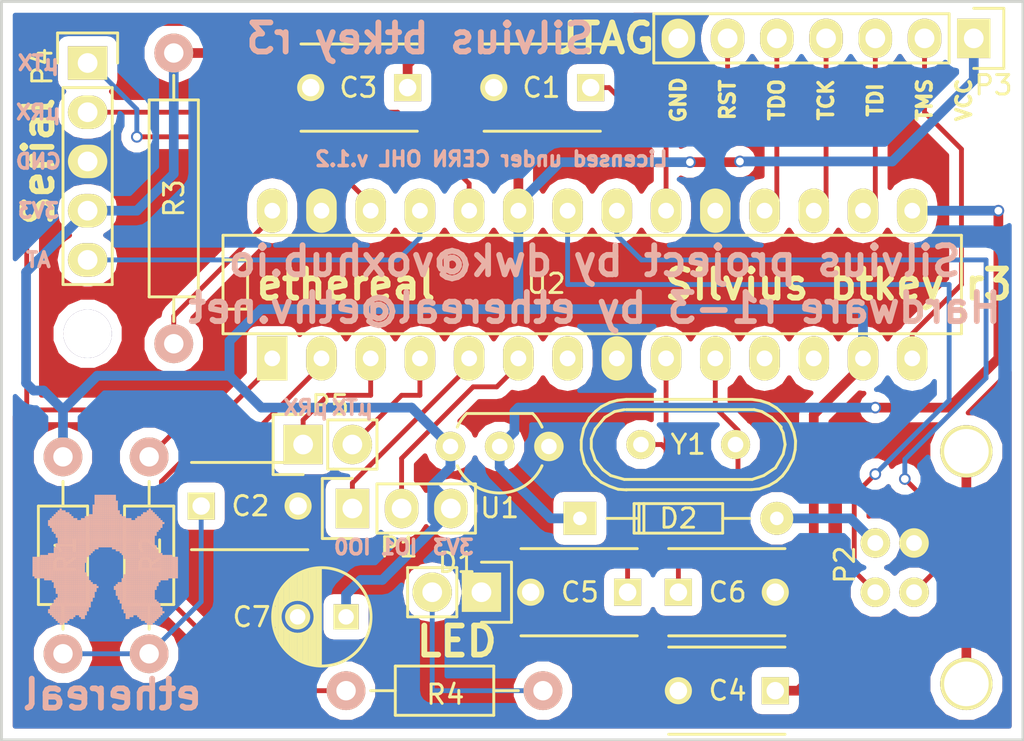
<source format=kicad_pcb>
(kicad_pcb (version 4) (host pcbnew "(2016-01-28 BZR 6520, Git 7e697e8)-product")
  (layers (0 F.Cu signal) (31 B.Cu signal) (34 B.Paste user) (35 F.Paste user) (36 B.SilkS user) (37 F.SilkS user) (38 B.Mask user) (39 F.Mask user) (44 Edge.Cuts user))
  (net 0 "")
  (net 1 "Net-(C1-Pad1)")
  (net 2 GND)
  (net 3 "Net-(C2-Pad1)")
  (net 4 +3V3)
  (net 5 "Net-(P4-Pad2)")
  (net 6 "Net-(R3-Pad1)")
  (net 7 "Net-(U2-Pad7)")
  (net 8 "Net-(U2-Pad11)")
  (net 9 "Net-(U2-Pad12)")
  (net 10 "Net-(C5-Pad1)")
  (net 11 "Net-(C6-Pad1)")
  (net 12 "Net-(D1-Pad2)")
  (net 13 /StatusLED)
  (net 14 /RST)
  (net 15 /TMS)
  (net 16 /TDI)
  (net 17 /TCK)
  (net 18 /TDO)
  (net 19 "Net-(P2-Pad5)")
  (net 20 /UART_SND)
  (net 21 /UART_RCV)
  (net 22 "Net-(P4-Pad1)")
  (net 23 "Net-(P4-Pad5)")
  (net 24 "Net-(D2-Pad2)")
  (net 25 "Net-(D2-Pad1)")
  (net 26 /USB_N)
  (net 27 /USB_P)
  (net 28 "Net-(P1-Pad1)")
  (net 29 "Net-(P1-Pad2)")
  (module Capacitors_ThroughHole:C_Disc_D6_P5 (layer F.Cu) (at 135.4 66.675)
    (fp_text reference C2 (at 2.54 0) (layer F.SilkS))
    (fp_text value 100nF)
    (pad 1 thru_hole rect (at 0 0) (size 1.4 1.4) (drill 0.9) (layers *.Cu *.Mask F.SilkS) (net 3 "Net-(C2-Pad1)"))
    (pad 2 thru_hole circle (at 5 0) (size 1.4 1.4) (drill 0.9) (layers *.Cu *.Mask F.SilkS) (net 2 GND))
  )
  (module footprint:USB_B (layer F.Cu) (at 170.179 71.12 90)
    (fp_text reference P2 (at 1.4224 -1.5748 90) (layer F.SilkS))
    (fp_text value USB_B_fixed)
    (pad 1 thru_hole circle (at 0 0.001 270) (size 1.524 1.524) (drill 0.8128) (layers *.Cu *.Mask F.SilkS) (net 26 /USB_N))
    (pad 2 thru_hole circle (at 2.54 0.001 270) (size 1.524 1.524) (drill 0.8128) (layers *.Cu *.Mask F.SilkS) (net 24 "Net-(D2-Pad2)"))
    (pad 3 thru_hole circle (at 2.54 1.99998 270) (size 1.524 1.524) (drill 0.8128) (layers *.Cu *.Mask F.SilkS) (net 2 GND))
    (pad 4 thru_hole circle (at 0 1.99998 270) (size 1.524 1.524) (drill 0.8128) (layers *.Cu *.Mask F.SilkS) (net 27 /USB_P))
    (pad 5 thru_hole circle (at -4.72948 4.7 270) (size 2.70002 2.70002) (drill 2.30124) (layers *.Cu *.Mask F.SilkS) (net 19 "Net-(P2-Pad5)"))
    (pad 5 thru_hole circle (at 7.26948 4.7 270) (size 2.70002 2.70002) (drill 2.30124) (layers *.Cu *.Mask F.SilkS) (net 19 "Net-(P2-Pad5)"))
  )
  (module Capacitors_ThroughHole:C_Disc_D6_P5 (layer F.Cu) (at 155.495 45.085 180)
    (fp_text reference C1 (at 2.54 0 180) (layer F.SilkS))
    (fp_text value "10uF (low ESR)")
    (pad 1 thru_hole rect (at 0 0 180) (size 1.4 1.4) (drill 0.9) (layers *.Cu *.Mask F.SilkS) (net 1 "Net-(C1-Pad1)"))
    (pad 2 thru_hole circle (at 5 0 180) (size 1.4 1.4) (drill 0.9) (layers *.Cu *.Mask F.SilkS) (net 2 GND))
  )
  (module Capacitors_ThroughHole:C_Disc_D6_P5 (layer F.Cu) (at 146.05 45.085 180)
    (fp_text reference C3 (at 2.54 0 180) (layer F.SilkS))
    (fp_text value "100nF (low ESR)")
    (pad 1 thru_hole rect (at 0 0 180) (size 1.4 1.4) (drill 0.9) (layers *.Cu *.Mask F.SilkS) (net 4 +3V3))
    (pad 2 thru_hole circle (at 5 0 180) (size 1.4 1.4) (drill 0.9) (layers *.Cu *.Mask F.SilkS) (net 2 GND))
  )
  (module Capacitors_ThroughHole:C_Disc_D6_P5 (layer F.Cu) (at 165.02 76.2 180)
    (fp_text reference C4 (at 2.46 0 180) (layer F.SilkS))
    (fp_text value "100nF (low ESR)")
    (pad 1 thru_hole rect (at 0 0 180) (size 1.4 1.4) (drill 0.9) (layers *.Cu *.Mask F.SilkS) (net 4 +3V3))
    (pad 2 thru_hole circle (at 5 0 180) (size 1.4 1.4) (drill 0.9) (layers *.Cu *.Mask F.SilkS) (net 2 GND))
  )
  (module Sockets_DIP:DIP-28__300_ELL (layer F.Cu) (at 155.575 55.245)
    (fp_text reference U2 (at -2.375 -0.045) (layer F.SilkS))
    (fp_text value PIC32MX2XX)
    (pad 2 thru_hole oval (at -13.97 3.81) (size 1.5748 2.286) (drill 0.8128) (layers *.Cu *.Mask F.SilkS) (net 13 /StatusLED))
    (pad 3 thru_hole oval (at -11.43 3.81) (size 1.5748 2.286) (drill 0.8128) (layers *.Cu *.Mask F.SilkS) (net 21 /UART_RCV))
    (pad 4 thru_hole oval (at -8.89 3.81) (size 1.5748 2.286) (drill 0.8128) (layers *.Cu *.Mask F.SilkS) (net 20 /UART_SND))
    (pad 5 thru_hole oval (at -6.35 3.81) (size 1.5748 2.286) (drill 0.8128) (layers *.Cu *.Mask F.SilkS) (net 28 "Net-(P1-Pad1)"))
    (pad 6 thru_hole oval (at -3.81 3.81) (size 1.5748 2.286) (drill 0.8128) (layers *.Cu *.Mask F.SilkS) (net 29 "Net-(P1-Pad2)"))
    (pad 7 thru_hole oval (at -1.27 3.81) (size 1.5748 2.286) (drill 0.8128) (layers *.Cu *.Mask F.SilkS) (net 7 "Net-(U2-Pad7)"))
    (pad 8 thru_hole oval (at 1.27 3.81) (size 1.5748 2.286) (drill 0.8128) (layers *.Cu *.Mask F.SilkS) (net 2 GND))
    (pad 9 thru_hole oval (at 3.81 3.81) (size 1.5748 2.286) (drill 0.8128) (layers *.Cu *.Mask F.SilkS) (net 10 "Net-(C5-Pad1)"))
    (pad 10 thru_hole oval (at 6.35 3.81) (size 1.5748 2.286) (drill 0.8128) (layers *.Cu *.Mask F.SilkS) (net 11 "Net-(C6-Pad1)"))
    (pad 11 thru_hole oval (at 8.89 3.81) (size 1.5748 2.286) (drill 0.8128) (layers *.Cu *.Mask F.SilkS) (net 8 "Net-(U2-Pad11)"))
    (pad 12 thru_hole oval (at 11.43 3.81) (size 1.5748 2.286) (drill 0.8128) (layers *.Cu *.Mask F.SilkS) (net 9 "Net-(U2-Pad12)"))
    (pad 13 thru_hole oval (at 13.97 3.81) (size 1.5748 2.286) (drill 0.8128) (layers *.Cu *.Mask F.SilkS) (net 4 +3V3))
    (pad 14 thru_hole oval (at 16.51 3.81) (size 1.5748 2.286) (drill 0.8128) (layers *.Cu *.Mask F.SilkS) (net 15 /TMS))
    (pad 1 thru_hole rect (at -16.51 3.81) (size 1.5748 2.286) (drill 0.8128) (layers *.Cu *.Mask F.SilkS) (net 14 /RST))
    (pad 15 thru_hole oval (at 16.51 -3.81) (size 1.5748 2.286) (drill 0.8128) (layers *.Cu *.Mask F.SilkS) (net 25 "Net-(D2-Pad1)"))
    (pad 16 thru_hole oval (at 13.97 -3.81) (size 1.5748 2.286) (drill 0.8128) (layers *.Cu *.Mask F.SilkS) (net 16 /TDI))
    (pad 17 thru_hole oval (at 11.43 -3.81) (size 1.5748 2.286) (drill 0.8128) (layers *.Cu *.Mask F.SilkS) (net 17 /TCK))
    (pad 18 thru_hole oval (at 8.89 -3.81) (size 1.5748 2.286) (drill 0.8128) (layers *.Cu *.Mask F.SilkS) (net 18 /TDO))
    (pad 19 thru_hole oval (at 6.35 -3.81) (size 1.5748 2.286) (drill 0.8128) (layers *.Cu *.Mask F.SilkS) (net 2 GND))
    (pad 20 thru_hole oval (at 3.81 -3.81) (size 1.5748 2.286) (drill 0.8128) (layers *.Cu *.Mask F.SilkS) (net 1 "Net-(C1-Pad1)"))
    (pad 21 thru_hole oval (at 1.27 -3.81) (size 1.5748 2.286) (drill 0.8128) (layers *.Cu *.Mask F.SilkS) (net 27 /USB_P))
    (pad 22 thru_hole oval (at -1.27 -3.81) (size 1.5748 2.286) (drill 0.8128) (layers *.Cu *.Mask F.SilkS) (net 26 /USB_N))
    (pad 23 thru_hole oval (at -3.81 -3.81) (size 1.5748 2.286) (drill 0.8128) (layers *.Cu *.Mask F.SilkS) (net 4 +3V3))
    (pad 24 thru_hole oval (at -6.35 -3.81) (size 1.5748 2.286) (drill 0.8128) (layers *.Cu *.Mask F.SilkS) (net 5 "Net-(P4-Pad2)"))
    (pad 25 thru_hole oval (at -8.89 -3.81) (size 1.5748 2.286) (drill 0.8128) (layers *.Cu *.Mask F.SilkS) (net 23 "Net-(P4-Pad5)"))
    (pad 26 thru_hole oval (at -11.43 -3.81) (size 1.5748 2.286) (drill 0.8128) (layers *.Cu *.Mask F.SilkS) (net 22 "Net-(P4-Pad1)"))
    (pad 27 thru_hole oval (at -13.97 -3.81) (size 1.5748 2.286) (drill 0.8128) (layers *.Cu *.Mask F.SilkS) (net 2 GND))
    (pad 28 thru_hole oval (at -16.51 -3.81) (size 1.5748 2.286) (drill 0.8128) (layers *.Cu *.Mask F.SilkS) (net 6 "Net-(R3-Pad1)"))
  )
  (module Capacitors_ThroughHole:C_Disc_D6_P5 (layer F.Cu) (at 157.4 71.12 180)
    (fp_text reference C5 (at 2.46 0 180) (layer F.SilkS))
    (fp_text value 33pF)
    (pad 1 thru_hole rect (at 0 0 180) (size 1.4 1.4) (drill 0.9) (layers *.Cu *.Mask F.SilkS) (net 10 "Net-(C5-Pad1)"))
    (pad 2 thru_hole circle (at 5 0 180) (size 1.4 1.4) (drill 0.9) (layers *.Cu *.Mask F.SilkS) (net 2 GND))
  )
  (module Capacitors_ThroughHole:C_Disc_D6_P5 (layer F.Cu) (at 160.02 71.12)
    (fp_text reference C6 (at 2.54 0) (layer F.SilkS))
    (fp_text value 33pF)
    (pad 1 thru_hole rect (at 0 0) (size 1.4 1.4) (drill 0.9) (layers *.Cu *.Mask F.SilkS) (net 11 "Net-(C6-Pad1)"))
    (pad 2 thru_hole circle (at 5 0) (size 1.4 1.4) (drill 0.9) (layers *.Cu *.Mask F.SilkS) (net 2 GND))
  )
  (module Crystals:Crystal_HC49-U_Vertical (layer F.Cu) (at 160.528 63.5)
    (fp_text reference Y1 (at 0 0) (layer F.SilkS))
    (fp_text value 24MHz)
    (pad 1 thru_hole circle (at -2.44094 0) (size 1.50114 1.50114) (drill 0.8001) (layers *.Cu *.Mask F.SilkS) (net 10 "Net-(C5-Pad1)"))
    (pad 2 thru_hole circle (at 2.44094 0) (size 1.50114 1.50114) (drill 0.8001) (layers *.Cu *.Mask F.SilkS) (net 11 "Net-(C6-Pad1)"))
  )
  (module Housings_TO-92:TO-92_Inline_Wide (layer F.Cu) (at 153.34 63.6 180)
    (fp_text reference U1 (at 2.54 -3.175 360) (layer F.SilkS))
    (fp_text value MCP1700)
    (pad 2 thru_hole circle (at 2.54 0 270) (size 1.524 1.524) (drill 0.8) (layers *.Cu *.Mask F.SilkS) (net 25 "Net-(D2-Pad1)"))
    (pad 3 thru_hole circle (at 5.08 0 270) (size 1.524 1.524) (drill 0.8) (layers *.Cu *.Mask F.SilkS) (net 4 +3V3))
    (pad 1 thru_hole circle (at 0 0 270) (size 1.524 1.524) (drill 0.8) (layers *.Cu *.Mask F.SilkS) (net 2 GND))
  )
  (module Pin_Headers:Pin_Header_Straight_1x02 (layer F.Cu) (at 149.86 71.12 270)
    (fp_text reference D1 (at -1.52 1.27 360) (layer F.SilkS))
    (fp_text value LED)
    (pad 1 thru_hole rect (at 0 0 270) (size 2.032 2.032) (drill 1.016) (layers *.Cu *.Mask F.SilkS) (net 2 GND))
    (pad 2 thru_hole oval (at 0 2.54 270) (size 2.032 2.032) (drill 1.016) (layers *.Cu *.Mask F.SilkS) (net 12 "Net-(D1-Pad2)"))
  )
  (module Mounting_Holes:MountingHole_2-5mm (layer F.Cu) (at 129.54 57.785)
    (fp_text reference REF** hide)
    (fp_text value MountingHole_2-5mm)
    (pad 1 thru_hole circle (at 0 0) (size 2.5 2.5) (drill 2.5) (layers))
  )
  (module Pin_Headers:Pin_Header_Straight_1x07 (layer F.Cu) (at 175.26 42.545 270)
    (fp_text reference P3 (at 2.413 -1.016 360) (layer F.SilkS))
    (fp_text value CONN_01X07)
    (pad 1 thru_hole rect (at 0 0 270) (size 2.032 1.7272) (drill 1.016) (layers *.Cu *.Mask F.SilkS) (net 4 +3V3))
    (pad 2 thru_hole oval (at 0 2.54 270) (size 2.032 1.7272) (drill 1.016) (layers *.Cu *.Mask F.SilkS) (net 15 /TMS))
    (pad 3 thru_hole oval (at 0 5.08 270) (size 2.032 1.7272) (drill 1.016) (layers *.Cu *.Mask F.SilkS) (net 16 /TDI))
    (pad 4 thru_hole oval (at 0 7.62 270) (size 2.032 1.7272) (drill 1.016) (layers *.Cu *.Mask F.SilkS) (net 17 /TCK))
    (pad 5 thru_hole oval (at 0 10.16 270) (size 2.032 1.7272) (drill 1.016) (layers *.Cu *.Mask F.SilkS) (net 18 /TDO))
    (pad 6 thru_hole oval (at 0 12.7 270) (size 2.032 1.7272) (drill 1.016) (layers *.Cu *.Mask F.SilkS) (net 14 /RST))
    (pad 7 thru_hole oval (at 0 15.24 270) (size 2.032 1.7272) (drill 1.016) (layers *.Cu *.Mask F.SilkS) (net 2 GND))
  )
  (module Pin_Headers:Pin_Header_Straight_1x02 (layer F.Cu) (at 140.66 63.5 90)
    (fp_text reference P5 (at 2.032 1.397 180) (layer F.SilkS))
    (fp_text value CONN_01X02)
    (pad 1 thru_hole rect (at 0 0 90) (size 2.032 2.032) (drill 1.016) (layers *.Cu *.Mask F.SilkS) (net 21 /UART_RCV))
    (pad 2 thru_hole oval (at 0 2.54 90) (size 2.032 2.032) (drill 1.016) (layers *.Cu *.Mask F.SilkS) (net 20 /UART_SND))
  )
  (module Pin_Headers:Pin_Header_Straight_1x05 (layer F.Cu) (at 129.54 43.815)
    (fp_text reference P4 (at -2.34 0.185 90) (layer F.SilkS))
    (fp_text value CONN_01X05)
    (pad 1 thru_hole rect (at 0 0) (size 2.032 1.7272) (drill 1.016) (layers *.Cu *.Mask F.SilkS) (net 22 "Net-(P4-Pad1)"))
    (pad 2 thru_hole oval (at 0 2.54) (size 2.032 1.7272) (drill 1.016) (layers *.Cu *.Mask F.SilkS) (net 5 "Net-(P4-Pad2)"))
    (pad 3 thru_hole oval (at 0 5.08) (size 2.032 1.7272) (drill 1.016) (layers *.Cu *.Mask F.SilkS) (net 2 GND))
    (pad 4 thru_hole oval (at 0 7.62) (size 2.032 1.7272) (drill 1.016) (layers *.Cu *.Mask F.SilkS) (net 4 +3V3))
    (pad 5 thru_hole oval (at 0 10.16) (size 2.032 1.7272) (drill 1.016) (layers *.Cu *.Mask F.SilkS) (net 23 "Net-(P4-Pad5)"))
  )
  (module Capacitors_ThroughHole:C_Radial_D5_L6_P2.5 (layer F.Cu) (at 142.875 72.39 180)
    (fp_text reference C7 (at 4.875 -0.01 180) (layer F.SilkS))
    (fp_text value 47uF)
    (pad 1 thru_hole rect (at 0 0 180) (size 1.3 1.3) (drill 0.8) (layers *.Cu *.Mask F.SilkS) (net 4 +3V3))
    (pad 2 thru_hole circle (at 2.5 0 180) (size 1.3 1.3) (drill 0.8) (layers *.Cu *.Mask F.SilkS) (net 2 GND))
  )
  (module footprint:oshw-small-2 (layer B.Cu) (at 134.4 65.6 180)
    (fp_text reference oshw hide)
    (fp_text value "" (at 0 0 180) (layer B.SilkS) (effects (justify mirror)))
  )
  (module Diodes_ThroughHole:Diode_DO-35_SOD27_Horizontal_RM10 (layer F.Cu) (at 154.93948 67.31254)
    (fp_text reference D2 (at 5.08052 -0.00254) (layer F.SilkS))
    (fp_text value D)
    (pad 2 thru_hole circle (at 10.16052 -0.00254 180) (size 1.69926 1.69926) (drill 0.70104) (layers *.Cu *.Mask F.SilkS) (net 24 "Net-(D2-Pad2)"))
    (pad 1 thru_hole rect (at 0.00052 -0.00254 180) (size 1.69926 1.69926) (drill 0.70104) (layers *.Cu *.Mask F.SilkS) (net 25 "Net-(D2-Pad1)"))
  )
  (module Resistors_ThroughHole:Resistor_Horizontal_RM10mm (layer F.Cu) (at 147.955 76.2 180)
    (fp_text reference R4 (at -0.045 -0.2 180) (layer F.SilkS))
    (fp_text value 330)
    (pad 1 thru_hole circle (at -5.08 0 180) (size 1.99898 1.99898) (drill 1.00076) (layers *.Cu *.SilkS *.Mask) (net 12 "Net-(D1-Pad2)"))
    (pad 2 thru_hole circle (at 5.08 0 180) (size 1.99898 1.99898) (drill 1.00076) (layers *.Cu *.SilkS *.Mask) (net 13 /StatusLED))
  )
  (module Resistors_ThroughHole:Resistor_Horizontal_RM10mm (layer F.Cu) (at 128.27 69.215 270)
    (fp_text reference R1 (at -0.015 -0.13 270) (layer F.SilkS))
    (fp_text value 10K)
    (pad 1 thru_hole circle (at -5.08 0 270) (size 1.99898 1.99898) (drill 1.00076) (layers *.Cu *.SilkS *.Mask) (net 4 +3V3))
    (pad 2 thru_hole circle (at 5.08 0 270) (size 1.99898 1.99898) (drill 1.00076) (layers *.Cu *.SilkS *.Mask) (net 3 "Net-(C2-Pad1)"))
  )
  (module Resistors_ThroughHole:Resistor_Horizontal_RM10mm (layer F.Cu) (at 132.715 69.215 270)
    (fp_text reference R2 (at -0.015 -0.085 270) (layer F.SilkS))
    (fp_text value 470)
    (pad 1 thru_hole circle (at -5.08 0 270) (size 1.99898 1.99898) (drill 1.00076) (layers *.Cu *.SilkS *.Mask) (net 14 /RST))
    (pad 2 thru_hole circle (at 5.08 0 270) (size 1.99898 1.99898) (drill 1.00076) (layers *.Cu *.SilkS *.Mask) (net 3 "Net-(C2-Pad1)"))
  )
  (module Resistors_ThroughHole:Resistor_Horizontal_RM15mm (layer F.Cu) (at 133.985 50.8 90)
    (fp_text reference R3 (at 0 0.015 90) (layer F.SilkS))
    (fp_text value 10)
    (pad 1 thru_hole circle (at -7.5 0 90) (size 1.99898 1.99898) (drill 1.00076) (layers *.Cu *.SilkS *.Mask) (net 6 "Net-(R3-Pad1)"))
    (pad 2 thru_hole circle (at 7.5 0 90) (size 1.99898 1.99898) (drill 1.00076) (layers *.Cu *.SilkS *.Mask) (net 4 +3V3))
  )
  (module Pin_Headers:Pin_Header_Straight_1x03 (layer F.Cu) (at 143.2 66.8 90)
    (fp_text reference P1 (at -2 2.4 180) (layer F.SilkS))
    (fp_text value CONN_01X03)
    (pad 1 thru_hole rect (at 0 0 90) (size 2.032 1.7272) (drill 1.016) (layers *.Cu *.Mask F.SilkS) (net 28 "Net-(P1-Pad1)"))
    (pad 2 thru_hole oval (at 0 2.54 90) (size 2.032 1.7272) (drill 1.016) (layers *.Cu *.Mask F.SilkS) (net 29 "Net-(P1-Pad2)"))
    (pad 3 thru_hole oval (at 0 5.08 90) (size 2.032 1.7272) (drill 1.016) (layers *.Cu *.Mask F.SilkS) (net 4 +3V3))
  )
  (gr_text IO0 (at 143.2 68.8) (layer B.SilkS) (effects (font (size 0.75 0.75) (thickness 0.1875)) (justify mirror)))
  (gr_text IO1 (at 145.6 68.8) (layer B.SilkS) (effects (font (size 0.75 0.75) (thickness 0.1875)) (justify mirror)))
  (gr_text 3V3 (at 148.4 68.8) (layer B.SilkS) (effects (font (size 0.75 0.75) (thickness 0.1875)) (justify mirror)))
  (gr_text "Licensed under CERN OHL v.1.2" (at 150.368 48.768) (layer B.SilkS) (effects (font (size 0.75 0.75) (thickness 0.1875)) (justify mirror)))
  (gr_text μRX (at 140.8 61.595) (layer B.SilkS) (effects (font (size 0.75 0.75) (thickness 0.1875)) (justify mirror)))
  (gr_text μTX (at 143.2 61.6) (layer B.SilkS) (effects (font (size 0.75 0.75) (thickness 0.1875)) (justify mirror)))
  (gr_text μRX (at 127 46.355) (layer B.SilkS) (effects (font (size 0.75 0.75) (thickness 0.1875)) (justify mirror)))
  (gr_text μTX (at 127 43.815) (layer B.SilkS) (effects (font (size 0.75 0.75) (thickness 0.1875)) (justify mirror)))
  (gr_text AT (at 127 53.975) (layer B.SilkS) (effects (font (size 0.75 0.75) (thickness 0.1875)) (justify mirror)))
  (gr_text GND (at 127 48.895) (layer B.SilkS) (effects (font (size 0.75 0.75) (thickness 0.1875)) (justify mirror)))
  (gr_text 3V3 (at 127 51.435) (layer B.SilkS) (effects (font (size 0.75 0.75) (thickness 0.1875)) (justify mirror)))
  (gr_text RST (at 162.56 45.72 90) (layer F.SilkS) (effects (font (size 0.75 0.75) (thickness 0.1875))))
  (gr_text GND (at 160.02 45.72 90) (layer F.SilkS) (effects (font (size 0.75 0.75) (thickness 0.1875))))
  (gr_text VCC (at 174.752 45.72 90) (layer F.SilkS) (effects (font (size 0.75 0.75) (thickness 0.1875))))
  (gr_text LED (at 148.59 73.66) (layer F.SilkS) (effects (font (size 1.5 1.5) (thickness 0.3))))
  (gr_text "Silvius project by dwk@voxhub.io\nHardware r1-3 by ethereal@ethv.net\n" (at 155.702 55.245) (layer B.SilkS) (effects (font (size 1.5 1.5) (thickness 0.3)) (justify mirror)))
  (gr_text TDO (at 165.1 45.72 90) (layer F.SilkS) (effects (font (size 0.75 0.75) (thickness 0.1875))))
  (gr_text TCK (at 167.64 45.72 90) (layer F.SilkS) (effects (font (size 0.75 0.75) (thickness 0.1875))))
  (gr_text TDI (at 170.18 45.72 90) (layer F.SilkS) (effects (font (size 0.75 0.75) (thickness 0.1875))))
  (gr_text TMS (at 172.72 45.72 90) (layer F.SilkS) (effects (font (size 0.75 0.75) (thickness 0.1875))))
  (gr_text JTAG (at 156.21 42.545) (layer F.SilkS) (effects (font (size 1.5 1.5) (thickness 0.3))))
  (gr_text Serial (at 127 48.895 90) (layer F.SilkS) (effects (font (size 1.5 1.5) (thickness 0.3))))
  (gr_line (start 177.8 40.64) (end 177.8 78.74) (angle 90) (layer Edge.Cuts) (width 0.15))
  (gr_line (start 125.095 40.64) (end 177.8 40.64) (angle 90) (layer Edge.Cuts) (width 0.15))
  (gr_line (start 125.095 78.74) (end 125.095 40.64) (angle 90) (layer Edge.Cuts) (width 0.15))
  (gr_line (start 177.8 78.74) (end 125.095 78.74) (angle 90) (layer Edge.Cuts) (width 0.15))
  (gr_text "Silvius btkey r3" (at 146.685 42.545) (layer B.SilkS) (effects (font (size 1.5 1.5) (thickness 0.3)) (justify mirror)))
  (gr_text ethereal (at 130.8 76.4) (layer B.SilkS) (effects (font (size 1.5 1.5) (thickness 0.3)) (justify mirror)))
  (gr_text "Silvius btkey r3" (at 168.275 55.245) (layer F.SilkS) (effects (font (size 1.5 1.5) (thickness 0.3))))
  (gr_text ethereal (at 142.875 55.245) (layer F.SilkS) (effects (font (size 1.5 1.5) (thickness 0.3))))
  (segment (start 155.495 45.085) (end 156.445 45.085) (width 0.25) (layer F.Cu) (net 1))
  (segment (start 156.445 45.085) (end 159.385 48.025) (width 0.25) (layer F.Cu) (net 1))
  (segment (start 159.385 48.025) (end 159.385 48.655) (width 0.25) (layer F.Cu) (net 1))
  (segment (start 159.385 48.655) (end 159.385 51.435) (width 0.25) (layer F.Cu) (net 1))
  (segment (start 140.4 68.675001) (end 149.342629 68.675001) (width 0.5) (layer F.Cu) (net 2))
  (segment (start 149.342629 68.675001) (end 149.86 68.15763) (width 0.5) (layer F.Cu) (net 2))
  (segment (start 140.4 66.675) (end 140.4 68.675001) (width 0.5) (layer F.Cu) (net 2))
  (segment (start 149.86 71.12) (end 149.86 68.15763) (width 0.5) (layer F.Cu) (net 2))
  (segment (start 149.86 68.15763) (end 153.34 64.67763) (width 0.5) (layer F.Cu) (net 2))
  (segment (start 153.34 64.67763) (end 153.34 63.6) (width 0.5) (layer F.Cu) (net 2))
  (segment (start 156.845 59.055) (end 156.845 60.095) (width 0.5) (layer F.Cu) (net 2))
  (segment (start 156.845 60.095) (end 154.101999 62.838001) (width 0.5) (layer F.Cu) (net 2))
  (segment (start 154.101999 62.838001) (end 153.34 63.6) (width 0.5) (layer F.Cu) (net 2))
  (segment (start 140.375 68.700001) (end 140.4 68.675001) (width 0.5) (layer F.Cu) (net 2))
  (segment (start 172.17898 68.58) (end 173.590981 69.992001) (width 0.5) (layer B.Cu) (net 2))
  (segment (start 173.590981 69.992001) (end 173.590981 72.119337) (width 0.5) (layer B.Cu) (net 2))
  (segment (start 173.590981 72.119337) (end 171.415318 74.295) (width 0.5) (layer B.Cu) (net 2))
  (segment (start 152.4 71.12) (end 149.86 71.12) (width 0.5) (layer F.Cu) (net 2))
  (segment (start 152.4 71.12) (end 153.67 71.12) (width 0.5) (layer B.Cu) (net 2))
  (segment (start 140.375 72.39) (end 140.375 68.700001) (width 0.5) (layer F.Cu) (net 2))
  (segment (start 141.605 51.435) (end 141.605 49.792) (width 0.5) (layer F.Cu) (net 2))
  (segment (start 141.605 49.792) (end 140.708 48.895) (width 0.5) (layer F.Cu) (net 2))
  (segment (start 140.708 48.895) (end 131.056 48.895) (width 0.5) (layer F.Cu) (net 2))
  (segment (start 131.056 48.895) (end 129.54 48.895) (width 0.5) (layer F.Cu) (net 2))
  (segment (start 160.02 42.545) (end 160.02 44.061) (width 0.5) (layer B.Cu) (net 2))
  (segment (start 160.02 44.061) (end 160.655 44.696) (width 0.5) (layer B.Cu) (net 2))
  (segment (start 160.655 44.696) (end 160.655 47.625) (width 0.5) (layer B.Cu) (net 2))
  (segment (start 146.05 47.625) (end 150.495 47.625) (width 0.5) (layer B.Cu) (net 2))
  (segment (start 150.495 47.625) (end 154.305 47.625) (width 0.5) (layer B.Cu) (net 2))
  (segment (start 150.495 45.085) (end 150.495 47.625) (width 0.5) (layer B.Cu) (net 2))
  (segment (start 141.05 45.085) (end 141.05 46.074949) (width 0.5) (layer B.Cu) (net 2))
  (segment (start 141.05 46.074949) (end 141.605 46.629949) (width 0.5) (layer B.Cu) (net 2))
  (segment (start 141.605 46.629949) (end 141.605 47.07) (width 0.5) (layer B.Cu) (net 2))
  (segment (start 145.415 47.625) (end 146.05 47.625) (width 0.5) (layer B.Cu) (net 2))
  (segment (start 146.05 47.625) (end 142.16 47.625) (width 0.5) (layer B.Cu) (net 2))
  (segment (start 142.16 47.625) (end 141.605 47.07) (width 0.5) (layer B.Cu) (net 2))
  (segment (start 160.02 42.6974) (end 160.02 42.545) (width 0.5) (layer B.Cu) (net 2))
  (segment (start 168.195 74.295) (end 165.02 71.12) (width 0.5) (layer B.Cu) (net 2))
  (segment (start 158.75 76.2) (end 153.67 71.12) (width 0.5) (layer B.Cu) (net 2))
  (segment (start 160.02 76.2) (end 158.75 76.2) (width 0.5) (layer B.Cu) (net 2))
  (segment (start 160.02 76.2) (end 165.02 71.2) (width 0.5) (layer B.Cu) (net 2))
  (segment (start 165.02 71.2) (end 165.02 71.12) (width 0.5) (layer B.Cu) (net 2))
  (segment (start 154.385 47.625) (end 154.305 47.625) (width 0.5) (layer B.Cu) (net 2))
  (segment (start 161.925 48.895) (end 161.925 51.435) (width 0.5) (layer B.Cu) (net 2))
  (segment (start 141.605 51.435) (end 141.605 48.26) (width 0.5) (layer B.Cu) (net 2))
  (segment (start 141.605 48.26) (end 141.605 47.07) (width 0.5) (layer B.Cu) (net 2))
  (segment (start 156.845 59.055) (end 161.925 53.975) (width 0.5) (layer F.Cu) (net 2))
  (segment (start 161.925 53.975) (end 161.925 51.435) (width 0.5) (layer F.Cu) (net 2))
  (segment (start 160.655 47.625) (end 161.925 48.895) (width 0.5) (layer B.Cu) (net 2))
  (segment (start 154.305 47.625) (end 160.655 47.625) (width 0.5) (layer B.Cu) (net 2))
  (segment (start 130.175 48.895) (end 129.54 48.895) (width 0.25) (layer B.Cu) (net 2))
  (segment (start 171.415318 74.295) (end 168.195 74.295) (width 0.5) (layer B.Cu) (net 2))
  (segment (start 128.27 74.295) (end 132.715 74.295) (width 0.25) (layer B.Cu) (net 3))
  (segment (start 135.4 66.675) (end 135.4 71.61) (width 0.25) (layer B.Cu) (net 3))
  (segment (start 135.4 71.61) (end 132.715 74.295) (width 0.25) (layer B.Cu) (net 3))
  (segment (start 144.7474 70.485) (end 147.6 67.6324) (width 0.5) (layer B.Cu) (net 4))
  (segment (start 147.6 67.6324) (end 148.28 66.9524) (width 0.5) (layer B.Cu) (net 4))
  (segment (start 147.32 65.61763) (end 147.32 67.3524) (width 0.5) (layer B.Cu) (net 4))
  (segment (start 147.32 67.3524) (end 147.6 67.6324) (width 0.5) (layer B.Cu) (net 4))
  (segment (start 143.63 70.485) (end 144.7474 70.485) (width 0.5) (layer B.Cu) (net 4))
  (segment (start 148.28 66.9524) (end 148.28 66.8) (width 0.5) (layer B.Cu) (net 4))
  (segment (start 148.28 66.8) (end 148.28 66.57763) (width 0.5) (layer B.Cu) (net 4))
  (segment (start 148.28 66.57763) (end 147.32 65.61763) (width 0.5) (layer B.Cu) (net 4))
  (segment (start 136.859089 59.949491) (end 138.504598 61.595) (width 0.5) (layer B.Cu) (net 4))
  (segment (start 138.504598 61.595) (end 146.255 61.595) (width 0.5) (layer B.Cu) (net 4))
  (segment (start 146.255 61.595) (end 148.26 63.6) (width 0.5) (layer B.Cu) (net 4))
  (segment (start 148.26 63.6) (end 148.26 64.67763) (width 0.5) (layer B.Cu) (net 4))
  (segment (start 148.26 64.67763) (end 147.32 65.61763) (width 0.5) (layer B.Cu) (net 4))
  (segment (start 128.27 61.715) (end 128.27 64.135) (width 0.5) (layer B.Cu) (net 4))
  (segment (start 142.875 71.24) (end 142.875 72.39) (width 0.5) (layer B.Cu) (net 4))
  (segment (start 129.54 51.435) (end 132.08 51.435) (width 0.5) (layer B.Cu) (net 4))
  (segment (start 132.08 51.435) (end 133.985 49.53) (width 0.5) (layer B.Cu) (net 4))
  (segment (start 133.985 49.53) (end 133.985 43.3) (width 0.5) (layer B.Cu) (net 4))
  (segment (start 151.765 56.515) (end 138.504598 56.515) (width 0.5) (layer B.Cu) (net 4))
  (segment (start 138.504598 56.515) (end 136.859089 58.160509) (width 0.5) (layer B.Cu) (net 4))
  (segment (start 136.859089 58.160509) (end 136.859089 59.949491) (width 0.5) (layer B.Cu) (net 4))
  (segment (start 127 53.975) (end 129.54 51.435) (width 0.5) (layer B.Cu) (net 4))
  (segment (start 148.59 48.26) (end 148.59 45.085) (width 0.5) (layer F.Cu) (net 4))
  (segment (start 148.59 45.085) (end 146.805 43.3) (width 0.5) (layer F.Cu) (net 4))
  (segment (start 151.765 48.26) (end 148.59 48.26) (width 0.5) (layer F.Cu) (net 4))
  (segment (start 146.05 45.085) (end 146.05 43.885) (width 0.5) (layer F.Cu) (net 4))
  (segment (start 146.05 43.885) (end 146.635 43.3) (width 0.5) (layer F.Cu) (net 4))
  (segment (start 146.635 43.3) (end 146.805 43.3) (width 0.5) (layer F.Cu) (net 4))
  (segment (start 163.195 48.895) (end 171.061 48.895) (width 0.5) (layer B.Cu) (net 4))
  (segment (start 171.061 48.895) (end 175.26 44.696) (width 0.5) (layer B.Cu) (net 4))
  (segment (start 175.26 44.696) (end 175.26 43.18) (width 0.5) (layer B.Cu) (net 4))
  (segment (start 163.158242 48.931758) (end 163.195 48.895) (width 0.5) (layer F.Cu) (net 4))
  (via (at 163.195 48.895) (size 0.6) (drill 0.4) (layers F.Cu B.Cu) (net 4))
  (segment (start 160.618242 48.931758) (end 163.158242 48.931758) (width 0.5) (layer F.Cu) (net 4))
  (segment (start 151.765 51.435) (end 151.765 51.0794) (width 0.5) (layer B.Cu) (net 4))
  (segment (start 151.765 51.0794) (end 153.912642 48.931758) (width 0.5) (layer B.Cu) (net 4))
  (segment (start 153.912642 48.931758) (end 160.618242 48.931758) (width 0.5) (layer B.Cu) (net 4))
  (via (at 160.618242 48.931758) (size 0.6) (drill 0.4) (layers F.Cu B.Cu) (net 4))
  (segment (start 128.27 61.715) (end 130.035509 59.949491) (width 0.5) (layer B.Cu) (net 4))
  (segment (start 130.035509 59.949491) (end 136.859089 59.949491) (width 0.5) (layer B.Cu) (net 4))
  (segment (start 126.755511 60.715511) (end 126.365 60.325) (width 0.5) (layer B.Cu) (net 4))
  (segment (start 128.27 61.715) (end 127.270511 60.715511) (width 0.5) (layer B.Cu) (net 4))
  (segment (start 127.270511 60.715511) (end 126.755511 60.715511) (width 0.5) (layer B.Cu) (net 4))
  (segment (start 167.005 75.415) (end 167.005 61.9506) (width 0.5) (layer F.Cu) (net 4))
  (segment (start 167.005 61.9506) (end 169.545 59.4106) (width 0.5) (layer F.Cu) (net 4))
  (segment (start 169.545 59.4106) (end 169.545 59.055) (width 0.5) (layer F.Cu) (net 4))
  (segment (start 165.02 76.2) (end 166.22 76.2) (width 0.5) (layer F.Cu) (net 4))
  (segment (start 166.22 76.2) (end 167.005 75.415) (width 0.5) (layer F.Cu) (net 4))
  (segment (start 151.765 56.515) (end 151.765 51.435) (width 0.5) (layer B.Cu) (net 4))
  (segment (start 169.545 56.515) (end 151.765 56.515) (width 0.5) (layer B.Cu) (net 4))
  (segment (start 169.545 59.055) (end 169.545 56.515) (width 0.5) (layer B.Cu) (net 4))
  (segment (start 151.765 48.26) (end 151.765 51.435) (width 0.5) (layer F.Cu) (net 4))
  (segment (start 133.985 43.3) (end 146.805 43.3) (width 0.5) (layer F.Cu) (net 4))
  (segment (start 128.27 61.715) (end 128.27 61.595) (width 0.5) (layer B.Cu) (net 4))
  (segment (start 126.365 54.61) (end 127 53.975) (width 0.5) (layer B.Cu) (net 4))
  (segment (start 126.365 60.325) (end 126.365 54.61) (width 0.5) (layer B.Cu) (net 4))
  (segment (start 143.63 70.485) (end 142.875 71.24) (width 0.5) (layer B.Cu) (net 4))
  (segment (start 149.225 51.435) (end 149.225 50.042) (width 0.25) (layer F.Cu) (net 5))
  (segment (start 149.225 50.042) (end 145.538 46.355) (width 0.25) (layer F.Cu) (net 5))
  (segment (start 145.538 46.355) (end 130.806 46.355) (width 0.25) (layer F.Cu) (net 5))
  (segment (start 130.806 46.355) (end 129.54 46.355) (width 0.25) (layer F.Cu) (net 5))
  (segment (start 129.6924 46.355) (end 129.54 46.355) (width 0.25) (layer F.Cu) (net 5))
  (segment (start 149.225 51.7906) (end 149.225 51.435) (width 0.25) (layer B.Cu) (net 5))
  (segment (start 134 56.871508) (end 134 56.8556) (width 0.25) (layer F.Cu) (net 6))
  (segment (start 134 56.8556) (end 139.065 51.7906) (width 0.25) (layer F.Cu) (net 6))
  (segment (start 139.065 51.7906) (end 139.065 51.435) (width 0.25) (layer F.Cu) (net 6))
  (segment (start 133.985 58.3) (end 133.985 56.886508) (width 0.25) (layer F.Cu) (net 6))
  (segment (start 133.985 56.886508) (end 134 56.871508) (width 0.25) (layer F.Cu) (net 6))
  (segment (start 159.385 59.055) (end 159.385 63.754) (width 0.25) (layer F.Cu) (net 10))
  (segment (start 159.385 63.754) (end 159.385 64.86906) (width 0.25) (layer F.Cu) (net 10))
  (segment (start 158.08706 63.5) (end 159.148526 63.5) (width 0.25) (layer F.Cu) (net 10))
  (segment (start 159.148526 63.5) (end 159.385 63.736474) (width 0.25) (layer F.Cu) (net 10))
  (segment (start 159.385 63.736474) (end 159.385 63.754) (width 0.25) (layer F.Cu) (net 10))
  (segment (start 159.385 64.86906) (end 158.21406 66.04) (width 0.25) (layer F.Cu) (net 10))
  (segment (start 157.4 71.12) (end 157.4 66.85406) (width 0.25) (layer F.Cu) (net 10))
  (segment (start 157.4 66.85406) (end 158.21406 66.04) (width 0.25) (layer F.Cu) (net 10))
  (segment (start 163.09594 62.76594) (end 161.925 61.595) (width 0.25) (layer F.Cu) (net 11))
  (segment (start 161.925 61.595) (end 161.925 59.055) (width 0.25) (layer F.Cu) (net 11))
  (segment (start 163.09594 66.04) (end 163.09594 62.76594) (width 0.25) (layer F.Cu) (net 11))
  (segment (start 160.02 71.12) (end 160.02 69.11594) (width 0.25) (layer F.Cu) (net 11))
  (segment (start 160.02 69.11594) (end 163.09594 66.04) (width 0.25) (layer F.Cu) (net 11))
  (segment (start 147.32 76.2) (end 153.035 76.2) (width 0.25) (layer B.Cu) (net 12))
  (segment (start 147.32 76.2) (end 147.32 71.12) (width 0.25) (layer B.Cu) (net 12))
  (segment (start 140.455 76.2) (end 142.875 76.2) (width 0.25) (layer F.Cu) (net 13))
  (segment (start 141.605 59.055) (end 141.605 59.4106) (width 0.25) (layer F.Cu) (net 13))
  (segment (start 141.605 59.4106) (end 137.795 63.2206) (width 0.25) (layer F.Cu) (net 13))
  (segment (start 137.795 63.2206) (end 135.5344 63.2206) (width 0.25) (layer F.Cu) (net 13))
  (segment (start 136.525 74.295) (end 138.55 74.295) (width 0.25) (layer F.Cu) (net 13))
  (segment (start 138.55 74.295) (end 140.455 76.2) (width 0.25) (layer F.Cu) (net 13))
  (segment (start 135.5344 63.2206) (end 133.35 65.405) (width 0.25) (layer F.Cu) (net 13))
  (segment (start 133.35 65.405) (end 133.35 71.12) (width 0.25) (layer F.Cu) (net 13))
  (segment (start 133.35 71.12) (end 136.525 74.295) (width 0.25) (layer F.Cu) (net 13))
  (segment (start 135.135 61.715) (end 126.515 61.715) (width 0.25) (layer F.Cu) (net 14))
  (segment (start 126.515 61.715) (end 126.4 61.6) (width 0.25) (layer F.Cu) (net 14))
  (segment (start 162.56 45.085) (end 162.56 42.545) (width 0.25) (layer F.Cu) (net 14))
  (segment (start 126.4 61.6) (end 126.4 43.215) (width 0.25) (layer F.Cu) (net 14))
  (segment (start 126.4 43.215) (end 126.365 43.18) (width 0.25) (layer F.Cu) (net 14))
  (segment (start 126.365 43.18) (end 127.769491 41.775509) (width 0.25) (layer F.Cu) (net 14))
  (segment (start 127.769491 41.775509) (end 157.134318 41.775509) (width 0.25) (layer F.Cu) (net 14))
  (segment (start 157.134318 41.775509) (end 157.134318 43.469318) (width 0.25) (layer F.Cu) (net 14))
  (segment (start 157.134318 43.469318) (end 158.75 45.085) (width 0.25) (layer F.Cu) (net 14))
  (segment (start 158.75 45.085) (end 162.56 45.085) (width 0.25) (layer F.Cu) (net 14))
  (segment (start 136.7606 61.715) (end 135.135 61.715) (width 0.25) (layer F.Cu) (net 14))
  (segment (start 135.135 61.715) (end 132.715 64.135) (width 0.25) (layer F.Cu) (net 14))
  (segment (start 162.56 42.6974) (end 162.56 42.545) (width 0.25) (layer F.Cu) (net 14))
  (segment (start 136.7606 61.715) (end 139.065 59.4106) (width 0.25) (layer F.Cu) (net 14))
  (segment (start 139.065 59.4106) (end 139.065 59.055) (width 0.25) (layer F.Cu) (net 14))
  (segment (start 172.085 59.055) (end 172.085 57.785) (width 0.25) (layer F.Cu) (net 15))
  (segment (start 172.085 57.785) (end 174.625 55.245) (width 0.25) (layer F.Cu) (net 15))
  (segment (start 174.625 55.245) (end 174.625 48.26) (width 0.25) (layer F.Cu) (net 15))
  (segment (start 174.625 48.26) (end 172.72 46.355) (width 0.25) (layer F.Cu) (net 15))
  (segment (start 172.72 46.355) (end 172.72 44.45) (width 0.25) (layer F.Cu) (net 15))
  (segment (start 172.72 44.45) (end 172.716 44.45) (width 0.25) (layer F.Cu) (net 15))
  (segment (start 172.716 44.45) (end 172.72 44.446) (width 0.25) (layer F.Cu) (net 15))
  (segment (start 172.72 44.446) (end 172.72 43.18) (width 0.25) (layer F.Cu) (net 15))
  (segment (start 170.18 44.446) (end 170.18 43.18) (width 0.25) (layer F.Cu) (net 16))
  (segment (start 169.545 51.435) (end 170.18 50.8) (width 0.25) (layer F.Cu) (net 16))
  (segment (start 170.18 50.8) (end 170.18 44.45) (width 0.25) (layer F.Cu) (net 16))
  (segment (start 170.18 44.45) (end 170.176 44.45) (width 0.25) (layer F.Cu) (net 16))
  (segment (start 170.176 44.45) (end 170.18 44.446) (width 0.25) (layer F.Cu) (net 16))
  (segment (start 167.64 44.446) (end 167.64 43.18) (width 0.25) (layer F.Cu) (net 17))
  (segment (start 167.005 51.435) (end 167.64 50.8) (width 0.25) (layer F.Cu) (net 17))
  (segment (start 167.636 44.45) (end 167.64 44.446) (width 0.25) (layer F.Cu) (net 17))
  (segment (start 167.64 50.8) (end 167.64 44.45) (width 0.25) (layer F.Cu) (net 17))
  (segment (start 167.64 44.45) (end 167.636 44.45) (width 0.25) (layer F.Cu) (net 17))
  (segment (start 165.096 44.45) (end 165.1 44.446) (width 0.25) (layer F.Cu) (net 18))
  (segment (start 165.1 44.45) (end 165.096 44.45) (width 0.25) (layer F.Cu) (net 18))
  (segment (start 165.1 44.446) (end 165.1 43.18) (width 0.25) (layer F.Cu) (net 18))
  (segment (start 164.465 51.435) (end 165.1 50.8) (width 0.25) (layer F.Cu) (net 18))
  (segment (start 165.1 50.8) (end 165.1 44.45) (width 0.25) (layer F.Cu) (net 18))
  (segment (start 174.52848 63.5) (end 174.879 63.85052) (width 0.5) (layer B.Cu) (net 19))
  (segment (start 174.879 75.84948) (end 174.879 63.85052) (width 0.5) (layer F.Cu) (net 19))
  (segment (start 146.685 60.96) (end 145.74 60.96) (width 0.25) (layer F.Cu) (net 20))
  (segment (start 145.74 60.96) (end 143.2 63.5) (width 0.25) (layer F.Cu) (net 20))
  (segment (start 146.685 59.055) (end 146.685 60.96) (width 0.25) (layer F.Cu) (net 20))
  (segment (start 144.145 60.96) (end 141.934 60.96) (width 0.25) (layer F.Cu) (net 21))
  (segment (start 141.934 60.96) (end 140.66 62.234) (width 0.25) (layer F.Cu) (net 21))
  (segment (start 140.66 62.234) (end 140.66 63.5) (width 0.25) (layer F.Cu) (net 21))
  (segment (start 144.145 59.055) (end 144.145 60.96) (width 0.25) (layer F.Cu) (net 21))
  (segment (start 132.08 47.625) (end 132.08 46.2026) (width 0.25) (layer B.Cu) (net 22))
  (segment (start 132.08 46.2026) (end 129.6924 43.815) (width 0.25) (layer B.Cu) (net 22))
  (segment (start 129.6924 43.815) (end 129.54 43.815) (width 0.25) (layer B.Cu) (net 22))
  (segment (start 140.6906 47.625) (end 132.08 47.625) (width 0.25) (layer F.Cu) (net 22))
  (via (at 132.08 47.625) (size 0.6) (drill 0.4) (layers F.Cu B.Cu) (net 22))
  (segment (start 144.145 51.435) (end 144.145 51.0794) (width 0.25) (layer F.Cu) (net 22))
  (segment (start 144.145 51.0794) (end 140.6906 47.625) (width 0.25) (layer F.Cu) (net 22))
  (segment (start 129.6924 43.815) (end 129.54 43.815) (width 0.25) (layer F.Cu) (net 22))
  (segment (start 146.685 51.435) (end 146.685 52.828) (width 0.25) (layer B.Cu) (net 23))
  (segment (start 146.685 52.828) (end 145.538 53.975) (width 0.25) (layer B.Cu) (net 23))
  (segment (start 145.538 53.975) (end 130.806 53.975) (width 0.25) (layer B.Cu) (net 23))
  (segment (start 130.806 53.975) (end 129.54 53.975) (width 0.25) (layer B.Cu) (net 23))
  (segment (start 165.1 67.31) (end 168.91 67.31) (width 0.5) (layer B.Cu) (net 24))
  (segment (start 168.91 67.31) (end 170.18 68.58) (width 0.5) (layer B.Cu) (net 24))
  (segment (start 150.8 63.6) (end 151.561999 62.838001) (width 0.5) (layer B.Cu) (net 25))
  (segment (start 151.561999 62.838001) (end 151.561999 61.798001) (width 0.5) (layer B.Cu) (net 25))
  (segment (start 151.561999 61.798001) (end 151.765 61.595) (width 0.5) (layer B.Cu) (net 25))
  (segment (start 150.8 63.6) (end 150.8 64.67763) (width 0.5) (layer B.Cu) (net 25))
  (segment (start 150.8 64.67763) (end 153.43237 67.31) (width 0.5) (layer B.Cu) (net 25))
  (segment (start 153.43237 67.31) (end 153.59037 67.31) (width 0.5) (layer B.Cu) (net 25))
  (segment (start 153.59037 67.31) (end 154.94 67.31) (width 0.5) (layer B.Cu) (net 25))
  (segment (start 173.99 61.595) (end 170.18 61.595) (width 0.5) (layer F.Cu) (net 25))
  (segment (start 173.99 61.595) (end 176.53 59.055) (width 0.5) (layer F.Cu) (net 25))
  (segment (start 151.765 61.595) (end 170.18 61.595) (width 0.5) (layer B.Cu) (net 25))
  (via (at 170.18 61.595) (size 0.6) (drill 0.4) (layers F.Cu B.Cu) (net 25))
  (segment (start 176.53 51.435) (end 172.085 51.435) (width 0.5) (layer B.Cu) (net 25))
  (via (at 176.53 51.435) (size 0.6) (drill 0.4) (layers F.Cu B.Cu) (net 25))
  (segment (start 176.53 59.055) (end 176.53 51.435) (width 0.5) (layer F.Cu) (net 25))
  (segment (start 154.305 51.435) (end 154.305 55.245) (width 0.25) (layer B.Cu) (net 26))
  (segment (start 154.305 55.245) (end 173.99 55.245) (width 0.25) (layer B.Cu) (net 26))
  (segment (start 173.99 55.245) (end 173.99 61.214) (width 0.25) (layer B.Cu) (net 26))
  (segment (start 173.99 61.214) (end 170.18 65.024) (width 0.25) (layer B.Cu) (net 26))
  (segment (start 169.092999 66.111001) (end 170.18 65.024) (width 0.25) (layer F.Cu) (net 26))
  (via (at 170.18 65.024) (size 0.6) (drill 0.4) (layers F.Cu B.Cu) (net 26))
  (segment (start 170.18 71.12) (end 169.092999 70.032999) (width 0.25) (layer F.Cu) (net 26))
  (segment (start 169.092999 70.032999) (end 169.092999 66.111001) (width 0.25) (layer F.Cu) (net 26))
  (segment (start 156.845 51.435) (end 156.845 52.705) (width 0.25) (layer B.Cu) (net 27))
  (segment (start 156.845 52.705) (end 158.115 53.975) (width 0.25) (layer B.Cu) (net 27))
  (segment (start 158.115 53.975) (end 175.895 53.975) (width 0.25) (layer B.Cu) (net 27))
  (segment (start 175.895 53.975) (end 175.895 60.071) (width 0.25) (layer B.Cu) (net 27))
  (segment (start 175.895 60.071) (end 171.704 64.262) (width 0.25) (layer B.Cu) (net 27))
  (segment (start 171.704 64.262) (end 171.704 65.278) (width 0.25) (layer B.Cu) (net 27))
  (via (at 171.704 65.278) (size 0.6) (drill 0.4) (layers F.Cu B.Cu) (net 27))
  (segment (start 173.465981 67.039981) (end 171.704 65.278) (width 0.25) (layer F.Cu) (net 27))
  (segment (start 172.17898 71.12) (end 173.465981 69.832999) (width 0.25) (layer F.Cu) (net 27))
  (segment (start 173.465981 69.832999) (end 173.465981 67.039981) (width 0.25) (layer F.Cu) (net 27))
  (segment (start 149.225 59.055) (end 149.225 59.459682) (width 0.25) (layer F.Cu) (net 28))
  (segment (start 149.225 59.459682) (end 143.2 65.484682) (width 0.25) (layer F.Cu) (net 28))
  (segment (start 143.2 65.484682) (end 143.2 65.534) (width 0.25) (layer F.Cu) (net 28))
  (segment (start 143.2 65.534) (end 143.2 66.8) (width 0.25) (layer F.Cu) (net 28))
  (segment (start 145.74 66.8) (end 145.74 64.215238) (width 0.25) (layer F.Cu) (net 29))
  (segment (start 145.74 64.215238) (end 149.432228 60.52301) (width 0.25) (layer F.Cu) (net 29))
  (segment (start 149.432228 60.52301) (end 150.65259 60.52301) (width 0.25) (layer F.Cu) (net 29))
  (segment (start 150.65259 60.52301) (end 151.765 59.4106) (width 0.25) (layer F.Cu) (net 29))
  (segment (start 151.765 59.4106) (end 151.765 59.055) (width 0.25) (layer F.Cu) (net 29))
  (zone (net 2) (net_name GND) (layer B.Cu) (connect_pads yes (clearance 0.508)) (min_thickness 0.254) (fill yes (arc_segments 16) (thermal_gap 0.508) (thermal_bridge_width 0.508))
    (polygon (pts (xy 125.095 40.64) (xy 177.8 40.64) (xy 177.8 78.74) (xy 125.095 78.74)))
  )
  (zone (net 2) (net_name GND) (layer F.Cu) (connect_pads yes (clearance 0.508)) (min_thickness 0.254) (fill yes (arc_segments 16) (thermal_gap 0.508) (thermal_bridge_width 0.508))
    (polygon (pts (xy 125.095 40.64) (xy 177.8 40.64) (xy 177.8 78.74) (xy 125.095 78.74)))
  )
)
</source>
